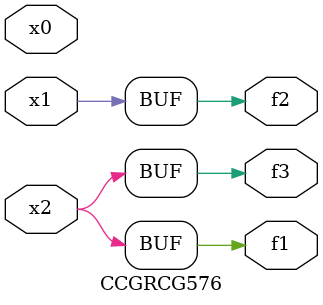
<source format=v>
module CCGRCG576(
	input x0, x1, x2,
	output f1, f2, f3
);
	assign f1 = x2;
	assign f2 = x1;
	assign f3 = x2;
endmodule

</source>
